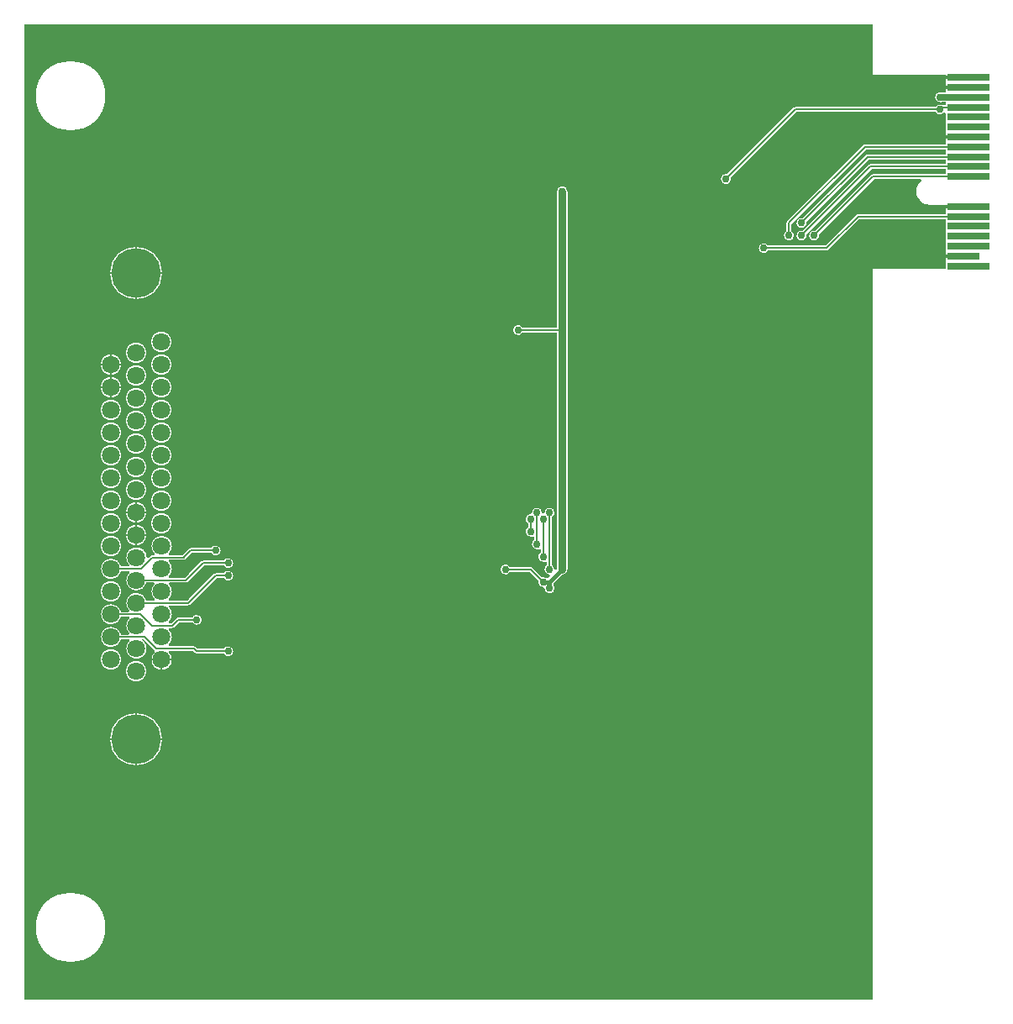
<source format=gbl>
G04 ================== begin FILE IDENTIFICATION RECORD ==================*
G04 Layout Name:  DIG_OUT_CARD.brd*
G04 Film Name:    BOTTOM*
G04 File Format:  Gerber RS274X*
G04 File Origin:  Cadence Allegro 17.2-S057*
G04 Origin Date:  Wed Aug 07 01:21:42 2019*
G04 *
G04 Layer:  ETCH/BOTTOM*
G04 Layer:  PIN/BOTTOM*
G04 Layer:  VIA CLASS/BOTTOM*
G04 *
G04 Offset:    (0.00 0.00)*
G04 Mirror:    No*
G04 Mode:      Positive*
G04 Rotation:  0*
G04 FullContactRelief:  No*
G04 UndefLineWidth:     0.00*
G04 ================== end FILE IDENTIFICATION RECORD ====================*
%FSLAX55Y55*MOIN*%
%IR0*IPPOS*OFA0.00000B0.00000*MIA0B0*SFA1.00000B1.00000*%
%ADD12C,.03*%
%ADD11C,.07087*%
%ADD13R,.16535X.02756*%
%ADD14R,.12598X.02756*%
%ADD10C,.19685*%
%ADD15C,.012*%
%ADD16C,.025*%
%ADD17C,.018*%
%ADD18C,.006*%
%ADD19C,.008*%
%ADD22C,.0809*%
%ADD21C,.20688*%
%ADD20C,.27566*%
G75*
%LPD*%
G75*
G36*
G01X336530Y21209D02*
G02X337236Y20952I306J-258D01*
G01Y8718D01*
X305217D01*
G03X304509Y8425I0J-1002D01*
G01X274292Y-21792D01*
G03X273998Y-22500I708J-709D01*
G01Y-25767D01*
G03X272998Y-27500I1002J-1733D01*
G03X277002I2002J0D01*
G03X276002Y-25767I-2002J0D01*
G01Y-22915D01*
X305632Y6716D01*
X337236D01*
Y4782D01*
X306280D01*
G03X305572Y4488I1J-1002D01*
G01X280521Y-20563D01*
X280414Y-20541D01*
G03X280003Y-20498I-413J-1959D01*
G01X280000D01*
G03X282002Y-22500I0J-2002D01*
G01Y-22497D01*
G03X281959Y-22086I-2002J-2D01*
G01X281937Y-21979D01*
X306695Y2778D01*
X337236D01*
Y844D01*
X307343D01*
G03X306635Y551I0J-1002D01*
G01X280521Y-25563D01*
X280414Y-25541D01*
G03X280003Y-25498I-413J-1959D01*
G01X280000D01*
G03X282002Y-27500I0J-2002D01*
G01Y-27497D01*
G03X281959Y-27086I-2002J-2D01*
G01X281937Y-26979D01*
X307758Y-1158D01*
X337236D01*
Y-3092D01*
X308406D01*
G03X307698Y-3386I1J-1002D01*
G01X285521Y-25563D01*
X285414Y-25541D01*
G03X285003Y-25498I-413J-1959D01*
G01X285000D01*
G03X287002Y-27500I0J-2002D01*
G01Y-27497D01*
G03X286959Y-27086I-2002J-2D01*
G01X286937Y-26979D01*
X308821Y-5096D01*
X327274D01*
G02X327515Y-5815I0J-400D01*
G03X330669Y-15241I3155J-4185D01*
G01X337236D01*
Y-18842D01*
X302657D01*
G03X301949Y-19135I0J-1002D01*
G01X289585Y-31498D01*
X266733D01*
G03X265000Y-30498I-1733J-1002D01*
G03Y-34502I0J-2002D01*
G03X266733Y-33502I0J2002D01*
G01X290000D01*
G03X290708Y-33208I-1J1002D01*
G01X303072Y-20844D01*
X337236D01*
Y-40586D01*
X308302D01*
Y-330664D01*
X-28499D01*
Y56334D01*
X308302D01*
Y36334D01*
X337236D01*
Y29254D01*
X335799D01*
X335724Y29268D01*
G03X335000Y29404I-725J-1866D01*
G03Y25400I0J-2002D01*
G03X335725Y25536I0J2002D01*
G01X335760Y25550D01*
X337236D01*
Y24466D01*
X335965D01*
G03X335618Y24404I0J-1002D01*
G03X335000Y24502I-619J-1904D01*
G03X333267Y23502I0J-2002D01*
G01X277500D01*
G03X276792Y23208I1J-1002D01*
G01X250521Y-3063D01*
X250414Y-3041D01*
G03X250003Y-2998I-413J-1959D01*
G01X250000D01*
G03X252002Y-5000I0J-2002D01*
G01Y-4997D01*
G03X251959Y-4586I-2002J-2D01*
G01X251937Y-4479D01*
X277915Y21498D01*
X333267D01*
G03X335000Y20498I1733J1002D01*
G03X336530Y21209I0J2002D01*
G37*
%LPC*%
G75*
G36*
G01X22993Y-154326D02*
G03X23270Y-153638I0J400D01*
G02X22027Y-150721I2801J2917D01*
G02X30117I4045J0D01*
G02X28874Y-153638I-4044J0D01*
G03X29151Y-154326I277J-288D01*
G01X34257D01*
X36792Y-151792D01*
G02X37500Y-151498I709J-708D01*
G01X45767D01*
G02X47500Y-150498I1733J-1002D01*
G02Y-154502I0J-2002D01*
G02X45767Y-153502I0J2002D01*
G01X37915D01*
X35708Y-155708D01*
G02X35308Y-155953I-709J708D01*
G02X34772Y-156130I-537J725D01*
G01X29150D01*
G03X28873Y-156818I0J-400D01*
G02X30117Y-159736I-2800J-2918D01*
G02X28854Y-162672I-4044J0D01*
G03X29129Y-163362I275J-290D01*
G01X35363D01*
X36553Y-162172D01*
X36568Y-162134D01*
G02X36792Y-161792I932J-366D01*
G01X41792Y-156792D01*
G02X42500Y-156498I709J-708D01*
G01X50767D01*
G02X52500Y-155498I1733J-1002D01*
G02Y-159502I0J-2002D01*
G02X50767Y-158502I0J2002D01*
G01X42915D01*
X38208Y-163208D01*
G02X37866Y-163432I-708J708D01*
G01X37828Y-163447D01*
X36373Y-164901D01*
G02X35736Y-165166I-638J636D01*
G01X29171D01*
G03X28892Y-165852I0J-400D01*
G02X30117Y-168752I-2820J-2900D01*
G02X28854Y-171688I-4044J0D01*
G03X29129Y-172378I275J-290D01*
G01X36347D01*
X36553Y-172172D01*
X36568Y-172134D01*
G02X36792Y-171792I932J-366D01*
G01X46792Y-161792D01*
G02X47500Y-161498I709J-708D01*
G01X50767D01*
G02X52500Y-160498I1733J-1002D01*
G02Y-164502I0J-2002D01*
G02X50767Y-163502I0J2002D01*
G01X47915D01*
X38208Y-173208D01*
G02X37866Y-173432I-708J708D01*
G01X37828Y-173447D01*
X37357Y-173917D01*
G02X36720Y-174182I-638J636D01*
G01X29171D01*
G03X28892Y-174868I0J-400D01*
G02X30117Y-177768I-2820J-2900D01*
G02X28873Y-180686I-4044J0D01*
G03X29150Y-181374I277J-288D01*
G01X29851D01*
X31863Y-179363D01*
G02X32500Y-179098I638J-636D01*
G01X38212D01*
G02X40000Y-177998I1788J-903D01*
G02Y-182002I0J-2002D01*
G02X38212Y-180902I0J2003D01*
G01X32873D01*
X30861Y-182913D01*
G02X30224Y-183178I-638J636D01*
G01X29150D01*
G03X28873Y-183866I0J-400D01*
G02Y-189702I-2800J-2918D01*
G03X29150Y-190390I277J-288D01*
G01X38792D01*
G02X39429Y-190655I-1J-901D01*
G01X40273Y-191498D01*
X50767D01*
G02X52500Y-190498I1733J-1002D01*
G02Y-194502I0J-2002D01*
G02X50767Y-193502I0J2002D01*
G01X40000D01*
G02X39068Y-192866I0J1001D01*
G01X39053Y-192828D01*
X38419Y-192194D01*
X29151D01*
G03X28874Y-192882I0J-400D01*
G02X30117Y-195799I-2801J-2917D01*
G02X22027I-4045J0D01*
G02X23429Y-192737I4045J0D01*
G03X23360Y-192083I-261J303D01*
G02X23155Y-191929I433J790D01*
G01X18911Y-187686D01*
X18379D01*
Y-187987D01*
X18461Y-188047D01*
G02X20117Y-191311I-2389J-3264D01*
G02X12027I-4045J0D01*
G02X13289Y-188376I4044J0D01*
G03X13014Y-187686I-275J290D01*
G01X10018D01*
X9978Y-187834D01*
G02X6072Y-190829I-3906J1050D01*
G02Y-182739I0J4045D01*
G02X9978Y-185734I0J-4045D01*
G01X10018Y-185882D01*
X12974D01*
G03X13253Y-185196I0J400D01*
G02X12027Y-182295I2819J2901D01*
G02X13289Y-179360I4044J0D01*
G03X13014Y-178670I-275J290D01*
G01X10018D01*
X9978Y-178818D01*
G02X6072Y-181813I-3906J1050D01*
G02Y-173723I0J4045D01*
G02X9978Y-176718I0J-4045D01*
G01X10018Y-176866D01*
X12973D01*
G03X13252Y-176180I0J400D01*
G02X12027Y-173280I2820J2900D01*
G02X16072Y-169235I4045J0D01*
G02X19978Y-172230I0J-4045D01*
G01X20018Y-172378D01*
X23015D01*
G03X23290Y-171688I0J400D01*
G02X22027Y-168752I2781J2936D01*
G02X23252Y-165852I4045J0D01*
G03X22973Y-165166I-279J286D01*
G01X20018D01*
X19978Y-165314D01*
G02X16072Y-168309I-3906J1050D01*
G02X12027Y-164264I0J4045D01*
G02X13290Y-161328I4044J0D01*
G03X13015Y-160638I-275J290D01*
G01X10018D01*
X9978Y-160786D01*
G02X6072Y-163781I-3906J1050D01*
G02Y-155691I0J4045D01*
G02X9978Y-158686I0J-4045D01*
G01X10018Y-158834D01*
X12973D01*
G03X13252Y-158148I0J400D01*
G02X12027Y-155248I2820J2900D01*
G02X20117I4045J0D01*
G03X20800Y-155530I400J1D01*
G01X21740Y-154591D01*
G02X22377Y-154326I638J-636D01*
G01X22993D01*
G37*
G36*
G01X182898Y-63998D02*
Y-10000D01*
G02X187102I2102J0D01*
G01Y-160000D01*
G02X185098Y-162099I-2101J0D01*
G01X185021Y-162103D01*
X181502Y-165622D01*
Y-166174D01*
X181547Y-166229D01*
G02X182002Y-167500I-1548J-1271D01*
G02X177998I-2002J0D01*
G02X178000Y-167417I2002J-7D01*
G03X177583Y-167000I-400J17D01*
G02X177500Y-167002I-90J2000D01*
G02X175498Y-165000I0J2002D01*
G02X175541Y-164586I2002J1D01*
G01X175564Y-164480D01*
X172085Y-161002D01*
X164233D01*
G02X162500Y-162002I-1733J1002D01*
G02Y-157998I0J2002D01*
G02X164233Y-158998I0J-2002D01*
G01X172500D01*
G02X173208Y-159292I-1J-1002D01*
G01X176980Y-163064D01*
X177086Y-163041D01*
G02X177500Y-162998I413J-1959D01*
G02X178771Y-163453I0J-2003D01*
G01X178826Y-163498D01*
X179378D01*
X180193Y-162683D01*
G03X179925Y-162001I-283J283D01*
G02X177998Y-160000I75J2001D01*
G02X178998Y-158267I2002J0D01*
G01Y-157136D01*
G03X178416Y-156780I-400J0D01*
G02X177500Y-157002I-916J1779D01*
G02X175498Y-155000I0J2002D01*
G02X176498Y-153267I2002J0D01*
G01Y-152136D01*
G03X175916Y-151780I-400J0D01*
G02X175000Y-152002I-916J1779D01*
G02X172998Y-150000I0J2002D01*
G02X173998Y-148267I2002J0D01*
G01Y-147136D01*
G03X173416Y-146780I-400J0D01*
G02X172500Y-147002I-916J1779D01*
G02X170498Y-145000I0J2002D01*
G02X171498Y-143267I2002J0D01*
G01Y-141733D01*
G02X170498Y-140000I1002J1733D01*
G02X172500Y-137998I2002J0D01*
G02X172583Y-138000I-7J-2002D01*
G03X173000Y-137583I17J400D01*
G02X172998Y-137500I2000J90D01*
G02X177002I2002J0D01*
G02X177000Y-137583I-2002J7D01*
G03X177417Y-138000I400J-17D01*
G02X177500Y-137998I90J-2000D01*
G02X177583Y-138000I-7J-2002D01*
G03X178000Y-137583I17J400D01*
G02X177998Y-137500I2000J90D01*
G02X182002I2002J0D01*
G02X181002Y-139233I-2002J0D01*
G01Y-158267D01*
G02X182001Y-159925I-1002J-1733D01*
G03X182683Y-160193I399J15D01*
G01X182898Y-159978D01*
Y-66002D01*
X169233D01*
G02X167500Y-67002I-1733J1002D01*
G02Y-62998I0J2002D01*
G02X169233Y-63998I0J-2002D01*
G01X182898D01*
G37*
G54D22*
X26072Y-123673D03*
Y-132689D03*
Y-141705D03*
X6072Y-78595D03*
Y-87610D03*
Y-96626D03*
Y-105642D03*
Y-114658D03*
Y-123673D03*
Y-132689D03*
Y-141705D03*
Y-150721D03*
Y-168752D03*
Y-195799D03*
X16072Y-74106D03*
Y-83122D03*
Y-92138D03*
Y-101154D03*
Y-110169D03*
Y-119185D03*
Y-128201D03*
Y-137217D03*
Y-146232D03*
Y-200327D03*
X26072Y-69579D03*
Y-78595D03*
Y-87610D03*
Y-96626D03*
Y-105642D03*
Y-114658D03*
G54D21*
X16072Y-42177D03*
Y-227217D03*
G54D20*
X-10000Y27835D03*
Y-302165D03*
%LPD*%
G75*
G54D10*
X16072Y-227217D03*
Y-42177D03*
G54D11*
X6072Y-186784D03*
Y-195799D03*
Y-159736D03*
Y-168752D03*
Y-177768D03*
Y-132689D03*
Y-141705D03*
Y-150721D03*
Y-96626D03*
Y-105642D03*
Y-114658D03*
Y-123673D03*
Y-78595D03*
Y-87610D03*
X16072Y-191311D03*
Y-200327D03*
X26072Y-186784D03*
Y-195799D03*
X16072Y-164264D03*
Y-173280D03*
Y-182295D03*
X26072Y-159736D03*
Y-168752D03*
Y-177768D03*
X16072Y-128201D03*
Y-137217D03*
Y-146232D03*
Y-155248D03*
X26072Y-132689D03*
Y-141705D03*
Y-150721D03*
X16072Y-101154D03*
Y-110169D03*
Y-119185D03*
X26072Y-96626D03*
Y-105642D03*
Y-114658D03*
Y-123673D03*
X16072Y-74106D03*
Y-83122D03*
Y-92138D03*
X26072Y-69579D03*
Y-78595D03*
Y-87610D03*
G54D12*
G01X185000Y-160000D02*
Y-70000D01*
G01Y-65000D02*
Y-70000D01*
G01Y-65000D02*
Y-15000D01*
G01D02*
Y-10000D01*
X40000Y-180000D03*
X52500Y-192500D03*
Y-162500D03*
X47500Y-152500D03*
X52500Y-157500D03*
X150000Y-150000D03*
Y-52500D03*
X162500Y-160000D03*
X180000Y-167500D03*
X177500Y-165000D03*
X185000D03*
X180000Y-160000D03*
X175000Y-137500D03*
Y-150000D03*
X172500Y-140000D03*
Y-145000D03*
X177500Y-140000D03*
Y-155000D03*
X180000Y-137500D03*
X185000Y-70000D03*
X167500Y-65000D03*
X185000D03*
Y-15000D03*
Y-10000D03*
X212500Y-165000D03*
X205000Y-60000D03*
X210000Y-65000D03*
X250000Y0D03*
Y-5000D03*
X275000Y-27500D03*
X280000Y-22500D03*
Y-27500D03*
X265000Y-32500D03*
X285000Y-27500D03*
Y10000D03*
X335000Y-37500D03*
Y-17000D03*
Y12500D03*
Y27402D03*
Y32500D03*
Y22500D03*
G54D13*
X346220Y-39528D03*
Y-31654D03*
Y-27717D03*
Y-23780D03*
Y-19843D03*
Y-15906D03*
Y-4094D03*
Y-157D03*
Y3780D03*
Y7717D03*
Y11654D03*
Y15591D03*
Y19528D03*
Y23465D03*
Y27402D03*
Y31339D03*
Y35276D03*
G54D14*
X344252Y-35591D03*
G54D15*
G01X335000Y-37500D02*
X336909Y-35591D01*
G01X346220Y-15906D02*
X336094D01*
G01X336909Y-35591D02*
X344252D01*
G01X336094Y-15906D02*
X335000Y-17000D01*
G01Y12500D02*
X335846Y11654D01*
G01D02*
X346220D01*
G01X335000Y32500D02*
X336161Y31339D01*
G01X335000Y32500D02*
Y33224D01*
X337052Y35276D01*
G01X336161Y31339D02*
X346220D01*
G01X337052Y35276D02*
X346220D01*
G54D16*
G01X335000Y27402D02*
X346220D01*
G54D17*
G01X177500Y-165000D02*
X180000D01*
G01D02*
X185000Y-160000D01*
G01X180000Y-165000D02*
Y-167500D01*
G54D18*
G01X6072Y-159736D02*
X17765D01*
X17809Y-159692D01*
X17913D01*
X22377Y-155228D01*
X34772D01*
X35000Y-155000D01*
G01X6072Y-177768D02*
X15416D01*
X15436Y-177788D01*
X17788D01*
X17851Y-177851D01*
X17913D01*
X22338Y-182276D01*
X30224D01*
X32500Y-180000D01*
X40000D01*
G01X6072Y-186784D02*
X19284D01*
X23792Y-191292D01*
X38792D01*
X40000Y-192500D01*
G01X16072Y-164264D02*
X35736D01*
X37500Y-162500D01*
G01X16072Y-173280D02*
X36720D01*
X37500Y-172500D01*
G54D19*
G01X5527Y-227217D02*
X16072D01*
G01X35000Y-155000D02*
X37500Y-152500D01*
X47500D01*
G01X40000Y-192500D02*
X52500D01*
G01X6072Y-91856D02*
Y-87610D01*
G01D02*
Y-83364D01*
G01X1826Y-87610D02*
X6072D01*
G01D02*
X10318D01*
G01X6072Y-82841D02*
Y-78595D01*
G01D02*
Y-74349D01*
G01X1826Y-78595D02*
X6072D01*
G01D02*
X10318D01*
G01X5527Y-42177D02*
X16072D01*
G01Y-237762D02*
Y-227217D01*
G01D02*
Y-216672D01*
G01Y-227217D02*
X26617D01*
G01X26072Y-200045D02*
Y-195799D01*
G01X21826D02*
X26072D01*
G01D02*
X30318D01*
G01X37500Y-162500D02*
X42500Y-157500D01*
X52500D01*
G01X37500Y-172500D02*
X47500Y-162500D01*
X52500D01*
G01X16072Y-150478D02*
Y-146232D01*
G01D02*
Y-141986D01*
G01X11826Y-146232D02*
X16072D01*
G01D02*
X20318D01*
G01X16072Y-141463D02*
Y-137217D01*
G01D02*
Y-132971D01*
G01X11826Y-137217D02*
X16072D01*
G01D02*
X20318D01*
G01X16072Y-52722D02*
Y-42177D01*
G01D02*
Y-31632D01*
G01Y-42177D02*
X26617D01*
G01X162500Y-160000D02*
X172500D01*
X177500Y-165000D01*
G01X180000Y-137500D02*
Y-160000D01*
G01X175000Y-137500D02*
Y-150000D01*
G01X172500Y-140000D02*
Y-145000D01*
G01X177500Y-140000D02*
Y-155000D01*
G01X167500Y-65000D02*
X185000D01*
G01X335000Y22500D02*
X277500D01*
X250000Y-5000D01*
G01X275000Y-27500D02*
Y-22500D01*
X305217Y7717D01*
X346220D01*
G01X280000Y-22500D02*
X306280Y3780D01*
X346220D01*
G01X280000Y-27500D02*
X307343Y-157D01*
X346220D01*
G01Y-19843D02*
X302657D01*
X290000Y-32500D01*
X265000D01*
G01X285000Y-27500D02*
X308406Y-4094D01*
X346220D01*
G01Y23465D02*
X335965D01*
X335000Y22500D01*
M02*

</source>
